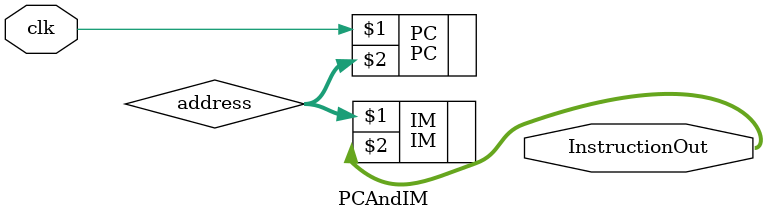
<source format=v>
`timescale 1ns / 1ps
module PCAndIM(
		input clk,
    output [31:0] InstructionOut
    );
	 wire [7:0]address;
	 
	 PC PC(clk,address);
	 IM IM(address,InstructionOut);


endmodule

</source>
